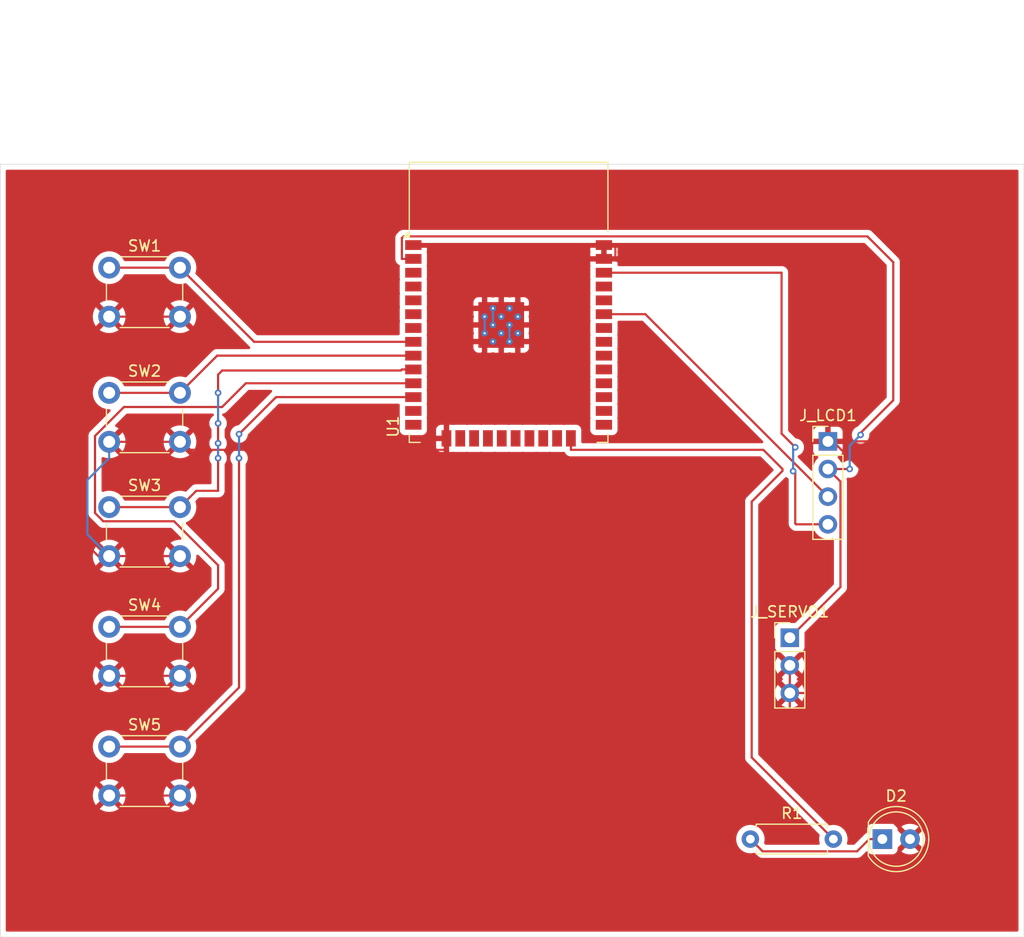
<source format=kicad_pcb>
(kicad_pcb (version 20241229) (generator "pcbnew") (generator_version "9.0")
  (layers (0 "F.Cu" signal) (2 "B.Cu" signal) (13 "F.Paste" user) (15 "B.Paste" user) (5 "F.SilkS" user "F.Silkscreen") (7 "B.SilkS" user "B.Silkscreen") (1 "F.Mask" user) (3 "B.Mask" user) (25 "Edge.Cuts" user))
  (net 0 "")
  (net 1 "Net-(D2-K)")
  (net 2 "Net-(J_LCD1-Pin_4)")
  (net 3 "Net-(J_LCD1-Pin_3)")
  (net 4 "Net-(U1-IO2)")
  (net 5 "Net-(U1-IO32)")
  (net 6 "Net-(U1-IO33)")
  (net 7 "Net-(U1-IO25)")
  (net 8 "Net-(U1-IO26)")
  (net 9 "Net-(U1-IO27)")
  (net 35 "GND")
  (net 36 "+5V")
  (footprint "RF_Module:ESP32-WROOM-32" (layer "F.Cu") (at 182.68 45.6725)
    (property "Reference" "U1" (at -10.61 8.43 90) (layer "F.SilkS"))
    (property "Value" "ESP32-WROOM-32")
    (fp_line (start -9.12 -15.86) (end -9.12 -9.7) (stroke (width 0.12)) (layer "F.SilkS"))
    (fp_line (start -9.12 -15.86) (end 9.12 -15.86) (stroke (width 0.12)) (layer "F.SilkS"))
    (fp_line (start -9.12 9.1) (end -9.12 9.88) (stroke (width 0.12)) (layer "F.SilkS"))
    (fp_line (start -9.12 9.88) (end -8.12 9.88) (stroke (width 0.12)) (layer "F.SilkS"))
    (fp_line (start 9.12 -15.86) (end 9.12 -9.445) (stroke (width 0.12)) (layer "F.SilkS"))
    (fp_line (start 9.12 9.1) (end 9.12 9.88) (stroke (width 0.12)) (layer "F.SilkS"))
    (fp_line (start 9.12 9.88) (end 8.12 9.88) (stroke (width 0.12)) (layer "F.SilkS"))
    (fp_poly (pts (xy -9.125 -8.975) (xy -9.625 -8.975) (xy -9.125 -9.475) (xy -9.125 -8.975)) (stroke (width 0.12)) (fill yes) (layer "F.SilkS"))
    (pad "1" smd rect (at -8.75 -8.25) (size 1.5 0.9) (layers "F.Cu" "F.Mask" "F.Paste") (net 35 "GND"))
    (pad "2" smd rect (at -8.75 -6.98) (size 1.5 0.9) (layers "F.Cu" "F.Mask" "F.Paste") (net 36 "+5V"))
    (pad "3" smd rect (at -8.75 -5.71) (size 1.5 0.9) (layers "F.Cu" "F.Mask" "F.Paste"))
    (pad "4" smd rect (at -8.75 -4.44) (size 1.5 0.9) (layers "F.Cu" "F.Mask" "F.Paste"))
    (pad "5" smd rect (at -8.75 -3.17) (size 1.5 0.9) (layers "F.Cu" "F.Mask" "F.Paste"))
    (pad "6" smd rect (at -8.75 -1.9) (size 1.5 0.9) (layers "F.Cu" "F.Mask" "F.Paste"))
    (pad "7" smd rect (at -8.75 -0.63) (size 1.5 0.9) (layers "F.Cu" "F.Mask" "F.Paste"))
    (pad "8" smd rect (at -8.75 0.64) (size 1.5 0.9) (layers "F.Cu" "F.Mask" "F.Paste") (net 5 "Net-(U1-IO32)"))
    (pad "9" smd rect (at -8.75 1.91) (size 1.5 0.9) (layers "F.Cu" "F.Mask" "F.Paste") (net 6 "Net-(U1-IO33)"))
    (pad "10" smd rect (at -8.75 3.18) (size 1.5 0.9) (layers "F.Cu" "F.Mask" "F.Paste") (net 7 "Net-(U1-IO25)"))
    (pad "11" smd rect (at -8.75 4.45) (size 1.5 0.9) (layers "F.Cu" "F.Mask" "F.Paste") (net 8 "Net-(U1-IO26)"))
    (pad "12" smd rect (at -8.75 5.72) (size 1.5 0.9) (layers "F.Cu" "F.Mask" "F.Paste") (net 9 "Net-(U1-IO27)"))
    (pad "13" smd rect (at -8.75 6.99) (size 1.5 0.9) (layers "F.Cu" "F.Mask" "F.Paste"))
    (pad "14" smd rect (at -8.75 8.26) (size 1.5 0.9) (layers "F.Cu" "F.Mask" "F.Paste"))
    (pad "15" smd rect (at -5.71 9.51 90) (size 1.5 0.9) (layers "F.Cu" "F.Mask" "F.Paste") (net 35 "GND"))
    (pad "16" smd rect (at -4.44 9.51 90) (size 1.5 0.9) (layers "F.Cu" "F.Mask" "F.Paste"))
    (pad "17" smd rect (at -3.17 9.51 90) (size 1.5 0.9) (layers "F.Cu" "F.Mask" "F.Paste"))
    (pad "18" smd rect (at -1.9 9.51 90) (size 1.5 0.9) (layers "F.Cu" "F.Mask" "F.Paste"))
    (pad "19" smd rect (at -0.63 9.51 90) (size 1.5 0.9) (layers "F.Cu" "F.Mask" "F.Paste"))
    (pad "20" smd rect (at 0.64 9.51 90) (size 1.5 0.9) (layers "F.Cu" "F.Mask" "F.Paste"))
    (pad "21" smd rect (at 1.91 9.51 90) (size 1.5 0.9) (layers "F.Cu" "F.Mask" "F.Paste"))
    (pad "22" smd rect (at 3.18 9.51 90) (size 1.5 0.9) (layers "F.Cu" "F.Mask" "F.Paste"))
    (pad "23" smd rect (at 4.45 9.51 90) (size 1.5 0.9) (layers "F.Cu" "F.Mask" "F.Paste"))
    (pad "24" smd rect (at 5.72 9.51 90) (size 1.5 0.9) (layers "F.Cu" "F.Mask" "F.Paste") (net 4 "Net-(U1-IO2)"))
    (pad "25" smd rect (at 8.75 8.26) (size 1.5 0.9) (layers "F.Cu" "F.Mask" "F.Paste"))
    (pad "26" smd rect (at 8.75 6.99) (size 1.5 0.9) (layers "F.Cu" "F.Mask" "F.Paste"))
    (pad "27" smd rect (at 8.75 5.72) (size 1.5 0.9) (layers "F.Cu" "F.Mask" "F.Paste"))
    (pad "28" smd rect (at 8.75 4.45) (size 1.5 0.9) (layers "F.Cu" "F.Mask" "F.Paste"))
    (pad "29" smd rect (at 8.75 3.18) (size 1.5 0.9) (layers "F.Cu" "F.Mask" "F.Paste"))
    (pad "30" smd rect (at 8.75 1.91) (size 1.5 0.9) (layers "F.Cu" "F.Mask" "F.Paste"))
    (pad "31" smd rect (at 8.75 0.64) (size 1.5 0.9) (layers "F.Cu" "F.Mask" "F.Paste"))
    (pad "32" smd rect (at 8.75 -0.63) (size 1.5 0.9) (layers "F.Cu" "F.Mask" "F.Paste"))
    (pad "33" smd rect (at 8.75 -1.9) (size 1.5 0.9) (layers "F.Cu" "F.Mask" "F.Paste") (net 3 "Net-(J_LCD1-Pin_3)"))
    (pad "34" smd rect (at 8.75 -3.17) (size 1.5 0.9) (layers "F.Cu" "F.Mask" "F.Paste"))
    (pad "35" smd rect (at 8.75 -4.44) (size 1.5 0.9) (layers "F.Cu" "F.Mask" "F.Paste"))
    (pad "36" smd rect (at 8.75 -5.71) (size 1.5 0.9) (layers "F.Cu" "F.Mask" "F.Paste") (net 2 "Net-(J_LCD1-Pin_4)"))
    (pad "37" smd rect (at 8.75 -6.98) (size 1.5 0.9) (layers "F.Cu" "F.Mask" "F.Paste") (net 35 "GND"))
    (pad "38" smd rect (at 8.75 -8.25) (size 1.5 0.9) (layers "F.Cu" "F.Mask" "F.Paste") (net 35 "GND"))
    (pad "39" smd rect (at -2.205 -2.435) (size 1.05 1.05) (layers "F.Cu" "F.Paste") (net 35 "GND"))
    (pad "39" thru_hole circle (at -2.205 -1.6725) (size 0.6 0.6) (drill 0.2) (property pad_prop_heatsink) (layers "*.Cu" "F.Mask") (net 35 "GND"))
    (pad "39" smd rect (at -2.205 -0.91) (size 1.05 1.05) (layers "F.Cu" "F.Paste") (net 35 "GND"))
    (pad "39" thru_hole circle (at -2.205 -0.1475) (size 0.6 0.6) (drill 0.2) (property pad_prop_heatsink) (layers "*.Cu" "F.Mask") (net 35 "GND"))
    (pad "39" smd rect (at -2.205 0.615) (size 1.05 1.05) (layers "F.Cu" "F.Paste") (net 35 "GND"))
    (pad "39" thru_hole circle (at -1.4425 -2.435) (size 0.6 0.6) (drill 0.2) (property pad_prop_heatsink) (layers "*.Cu" "F.Mask") (net 35 "GND"))
    (pad "39" thru_hole circle (at -1.4425 -0.91) (size 0.6 0.6) (drill 0.2) (property pad_prop_heatsink) (layers "*.Cu" "F.Mask") (net 35 "GND"))
    (pad "39" thru_hole circle (at -1.4425 0.615) (size 0.6 0.6) (drill 0.2) (property pad_prop_heatsink) (layers "*.Cu" "F.Mask") (net 35 "GND"))
    (pad "39" smd rect (at -0.68 -2.435) (size 1.05 1.05) (layers "F.Cu" "F.Paste") (net 35 "GND"))
    (pad "39" thru_hole circle (at -0.68 -1.6725) (size 0.6 0.6) (drill 0.2) (property pad_prop_heatsink) (layers "*.Cu" "F.Mask") (net 35 "GND"))
    (pad "39" smd rect (at -0.68 -0.91) (size 1.05 1.05) (layers "F.Cu" "F.Paste") (net 35 "GND"))
    (pad "39" smd rect (at -0.68 -0.91) (size 4.2 4.2) (property pad_prop_heatsink) (layers "F.Cu" "F.Mask") (net 35 "GND") (thermal_bridge_width 30))
    (pad "39" thru_hole circle (at -0.68 -0.1475) (size 0.6 0.6) (drill 0.2) (property pad_prop_heatsink) (layers "*.Cu" "F.Mask") (net 35 "GND"))
    (pad "39" smd rect (at -0.68 0.615) (size 1.05 1.05) (layers "F.Cu" "F.Paste") (net 35 "GND"))
    (pad "39" thru_hole circle (at 0.0825 -2.435) (size 0.6 0.6) (drill 0.2) (property pad_prop_heatsink) (layers "*.Cu" "F.Mask") (net 35 "GND"))
    (pad "39" thru_hole circle (at 0.0825 -0.91) (size 0.6 0.6) (drill 0.2) (property pad_prop_heatsink) (layers "*.Cu" "F.Mask") (net 35 "GND"))
    (pad "39" thru_hole circle (at 0.0825 0.615) (size 0.6 0.6) (drill 0.2) (property pad_prop_heatsink) (layers "*.Cu" "F.Mask") (net 35 "GND"))
    (pad "39" smd rect (at 0.845 -2.435) (size 1.05 1.05) (layers "F.Cu" "F.Paste") (net 35 "GND"))
    (pad "39" thru_hole circle (at 0.845 -1.6725) (size 0.6 0.6) (drill 0.2) (property pad_prop_heatsink) (layers "*.Cu" "F.Mask") (net 35 "GND"))
    (pad "39" smd rect (at 0.845 -0.91) (size 1.05 1.05) (layers "F.Cu" "F.Paste") (net 35 "GND"))
    (pad "39" thru_hole circle (at 0.845 -0.1475) (size 0.6 0.6) (drill 0.2) (property pad_prop_heatsink) (layers "*.Cu" "F.Mask") (net 35 "GND"))
    (pad "39" smd rect (at 0.845 0.615) (size 1.05 1.05) (layers "F.Cu" "F.Paste") (net 35 "GND"))
  )
  (footprint "Connector_PinHeader_2.54mm:PinHeader_1x04_P2.54mm_Vertical" (layer "F.Cu") (at 212 55.46)
    (property "Reference" "J_LCD1" (at 0 -2.38 0) (layer "F.SilkS"))
    (property "Value" "~")
    (fp_line (start -1.38 -1.38) (end 0 -1.38) (stroke (width 0.12)) (layer "F.SilkS"))
    (fp_line (start -1.38 0) (end -1.38 -1.38) (stroke (width 0.12)) (layer "F.SilkS"))
    (fp_line (start -1.38 1.27) (end -1.38 9) (stroke (width 0.12)) (layer "F.SilkS"))
    (fp_line (start -1.38 1.27) (end 1.38 1.27) (stroke (width 0.12)) (layer "F.SilkS"))
    (fp_line (start -1.38 9) (end 1.38 9) (stroke (width 0.12)) (layer "F.SilkS"))
    (fp_line (start 1.38 1.27) (end 1.38 9) (stroke (width 0.12)) (layer "F.SilkS"))
    (pad "1" thru_hole rect (at 0 0) (size 1.7 1.7) (drill 1) (layers "*.Cu" "*.Mask") (net 35 "GND"))
    (pad "2" thru_hole circle (at 0 2.54) (size 1.7 1.7) (drill 1) (layers "*.Cu" "*.Mask") (net 36 "+5V"))
    (pad "3" thru_hole circle (at 0 5.08) (size 1.7 1.7) (drill 1) (layers "*.Cu" "*.Mask") (net 3 "Net-(J_LCD1-Pin_3)"))
    (pad "4" thru_hole circle (at 0 7.62) (size 1.7 1.7) (drill 1) (layers "*.Cu" "*.Mask") (net 2 "Net-(J_LCD1-Pin_4)"))
  )
  (footprint "Button_Switch_THT:SW_PUSH_6mm_H5mm" (layer "F.Cu") (at 146 51)
    (property "Reference" "SW2" (at 3.25 -2 0) (layer "F.SilkS"))
    (property "Value" "SW_Push")
    (fp_line (start -0.25 1.5) (end -0.25 3) (stroke (width 0.12)) (layer "F.SilkS"))
    (fp_line (start 1 5.5) (end 5.5 5.5) (stroke (width 0.12)) (layer "F.SilkS"))
    (fp_line (start 5.5 -1) (end 1 -1) (stroke (width 0.12)) (layer "F.SilkS"))
    (fp_line (start 6.75 3) (end 6.75 1.5) (stroke (width 0.12)) (layer "F.SilkS"))
    (pad "1" thru_hole circle (at 0 0 90) (size 2 2) (drill 1.1) (layers "*.Cu" "*.Mask") (net 6 "Net-(U1-IO33)"))
    (pad "1" thru_hole circle (at 6.5 0 90) (size 2 2) (drill 1.1) (layers "*.Cu" "*.Mask") (net 6 "Net-(U1-IO33)"))
    (pad "2" thru_hole circle (at 0 4.5 90) (size 2 2) (drill 1.1) (layers "*.Cu" "*.Mask") (net 35 "GND"))
    (pad "2" thru_hole circle (at 6.5 4.5 90) (size 2 2) (drill 1.1) (layers "*.Cu" "*.Mask") (net 35 "GND"))
  )
  (footprint "Button_Switch_THT:SW_PUSH_6mm_H5mm" (layer "F.Cu") (at 146 72.5)
    (property "Reference" "SW4" (at 3.25 -2 0) (layer "F.SilkS"))
    (property "Value" "SW_Push")
    (fp_line (start -0.25 1.5) (end -0.25 3) (stroke (width 0.12)) (layer "F.SilkS"))
    (fp_line (start 1 5.5) (end 5.5 5.5) (stroke (width 0.12)) (layer "F.SilkS"))
    (fp_line (start 5.5 -1) (end 1 -1) (stroke (width 0.12)) (layer "F.SilkS"))
    (fp_line (start 6.75 3) (end 6.75 1.5) (stroke (width 0.12)) (layer "F.SilkS"))
    (pad "1" thru_hole circle (at 0 0 90) (size 2 2) (drill 1.1) (layers "*.Cu" "*.Mask") (net 8 "Net-(U1-IO26)"))
    (pad "1" thru_hole circle (at 6.5 0 90) (size 2 2) (drill 1.1) (layers "*.Cu" "*.Mask") (net 8 "Net-(U1-IO26)"))
    (pad "2" thru_hole circle (at 0 4.5 90) (size 2 2) (drill 1.1) (layers "*.Cu" "*.Mask") (net 35 "GND"))
    (pad "2" thru_hole circle (at 6.5 4.5 90) (size 2 2) (drill 1.1) (layers "*.Cu" "*.Mask") (net 35 "GND"))
  )
  (footprint "Button_Switch_THT:SW_PUSH_6mm_H5mm" (layer "F.Cu") (at 146 39.5)
    (property "Reference" "SW1" (at 3.25 -2 0) (layer "F.SilkS"))
    (property "Value" "SW_Push")
    (fp_line (start -0.25 1.5) (end -0.25 3) (stroke (width 0.12)) (layer "F.SilkS"))
    (fp_line (start 1 5.5) (end 5.5 5.5) (stroke (width 0.12)) (layer "F.SilkS"))
    (fp_line (start 5.5 -1) (end 1 -1) (stroke (width 0.12)) (layer "F.SilkS"))
    (fp_line (start 6.75 3) (end 6.75 1.5) (stroke (width 0.12)) (layer "F.SilkS"))
    (pad "1" thru_hole circle (at 0 0 90) (size 2 2) (drill 1.1) (layers "*.Cu" "*.Mask") (net 5 "Net-(U1-IO32)"))
    (pad "1" thru_hole circle (at 6.5 0 90) (size 2 2) (drill 1.1) (layers "*.Cu" "*.Mask") (net 5 "Net-(U1-IO32)"))
    (pad "2" thru_hole circle (at 0 4.5 90) (size 2 2) (drill 1.1) (layers "*.Cu" "*.Mask") (net 35 "GND"))
    (pad "2" thru_hole circle (at 6.5 4.5 90) (size 2 2) (drill 1.1) (layers "*.Cu" "*.Mask") (net 35 "GND"))
  )
  (footprint "Button_Switch_THT:SW_PUSH_6mm_H5mm" (layer "F.Cu") (at 146 61.5)
    (property "Reference" "SW3" (at 3.25 -2 0) (layer "F.SilkS"))
    (property "Value" "SW_Push")
    (fp_line (start -0.25 1.5) (end -0.25 3) (stroke (width 0.12)) (layer "F.SilkS"))
    (fp_line (start 1 5.5) (end 5.5 5.5) (stroke (width 0.12)) (layer "F.SilkS"))
    (fp_line (start 5.5 -1) (end 1 -1) (stroke (width 0.12)) (layer "F.SilkS"))
    (fp_line (start 6.75 3) (end 6.75 1.5) (stroke (width 0.12)) (layer "F.SilkS"))
    (pad "1" thru_hole circle (at 0 0 90) (size 2 2) (drill 1.1) (layers "*.Cu" "*.Mask") (net 7 "Net-(U1-IO25)"))
    (pad "1" thru_hole circle (at 6.5 0 90) (size 2 2) (drill 1.1) (layers "*.Cu" "*.Mask") (net 7 "Net-(U1-IO25)"))
    (pad "2" thru_hole circle (at 0 4.5 90) (size 2 2) (drill 1.1) (layers "*.Cu" "*.Mask") (net 35 "GND"))
    (pad "2" thru_hole circle (at 6.5 4.5 90) (size 2 2) (drill 1.1) (layers "*.Cu" "*.Mask") (net 35 "GND"))
  )
  (footprint "Button_Switch_THT:SW_PUSH_6mm_H5mm" (layer "F.Cu") (at 146 83.5)
    (property "Reference" "SW5" (at 3.25 -2 0) (layer "F.SilkS"))
    (property "Value" "SW_Push")
    (fp_line (start -0.25 1.5) (end -0.25 3) (stroke (width 0.12)) (layer "F.SilkS"))
    (fp_line (start 1 5.5) (end 5.5 5.5) (stroke (width 0.12)) (layer "F.SilkS"))
    (fp_line (start 5.5 -1) (end 1 -1) (stroke (width 0.12)) (layer "F.SilkS"))
    (fp_line (start 6.75 3) (end 6.75 1.5) (stroke (width 0.12)) (layer "F.SilkS"))
    (pad "1" thru_hole circle (at 0 0 90) (size 2 2) (drill 1.1) (layers "*.Cu" "*.Mask") (net 9 "Net-(U1-IO27)"))
    (pad "1" thru_hole circle (at 6.5 0 90) (size 2 2) (drill 1.1) (layers "*.Cu" "*.Mask") (net 9 "Net-(U1-IO27)"))
    (pad "2" thru_hole circle (at 0 4.5 90) (size 2 2) (drill 1.1) (layers "*.Cu" "*.Mask") (net 35 "GND"))
    (pad "2" thru_hole circle (at 6.5 4.5 90) (size 2 2) (drill 1.1) (layers "*.Cu" "*.Mask") (net 35 "GND"))
  )
  (footprint "Connector_PinHeader_2.54mm:PinHeader_1x03_P2.54mm_Vertical" (layer "F.Cu") (at 208.5 73.5)
    (property "Reference" "J_SERVO1" (at 0 -2.38 0) (layer "F.SilkS"))
    (property "Value" "~")
    (fp_line (start -1.38 -1.38) (end 0 -1.38) (stroke (width 0.12)) (layer "F.SilkS"))
    (fp_line (start -1.38 0) (end -1.38 -1.38) (stroke (width 0.12)) (layer "F.SilkS"))
    (fp_line (start -1.38 1.27) (end -1.38 6.46) (stroke (width 0.12)) (layer "F.SilkS"))
    (fp_line (start -1.38 1.27) (end 1.38 1.27) (stroke (width 0.12)) (layer "F.SilkS"))
    (fp_line (start -1.38 6.46) (end 1.38 6.46) (stroke (width 0.12)) (layer "F.SilkS"))
    (fp_line (start 1.38 1.27) (end 1.38 6.46) (stroke (width 0.12)) (layer "F.SilkS"))
    (pad "1" thru_hole rect (at 0 0) (size 1.7 1.7) (drill 1) (layers "*.Cu" "*.Mask") (net 36 "+5V"))
    (pad "2" thru_hole circle (at 0 2.54) (size 1.7 1.7) (drill 1) (layers "*.Cu" "*.Mask") (net 35 "GND"))
    (pad "3" thru_hole circle (at 0 5.08) (size 1.7 1.7) (drill 1) (layers "*.Cu" "*.Mask") (net 35 "GND"))
  )
  (footprint "LED_THT:LED_D5.0mm" (layer "F.Cu") (at 217 92)
    (property "Reference" "D2" (at 1.27 -3.96 0) (layer "F.SilkS"))
    (property "Value" "LED")
    (fp_line (start -1.29 -1.545) (end -1.29 1.545) (stroke (width 0.12)) (layer "F.SilkS"))
    (fp_arc (start -1.29 -1.54483) (mid 2.071779 -2.880495) (end 4.26 0) (stroke (width 0.12)) (layer "F.SilkS"))
    (fp_arc (start 4.26 0) (mid 2.071779 2.880495) (end -1.29 1.54483) (stroke (width 0.12)) (layer "F.SilkS"))
    (fp_circle (center 1.27 0) (end 3.77 0) (stroke (width 0.12)) (fill no) (layer "F.SilkS"))
    (pad "1" thru_hole rect (at 0 0) (size 1.8 1.8) (drill 0.9) (layers "*.Cu" "*.Mask") (net 1 "Net-(D2-K)"))
    (pad "2" thru_hole circle (at 2.54 0) (size 1.8 1.8) (drill 0.9) (layers "*.Cu" "*.Mask") (net 35 "GND"))
  )
  (footprint "Resistor_THT:R_Axial_DIN0207_L6.3mm_D2.5mm_P7.62mm_Horizontal" (layer "F.Cu") (at 204.88 92)
    (property "Reference" "R1" (at 3.81 -2.37 0) (layer "F.SilkS"))
    (property "Value" "330")
    (fp_line (start 0.54 -1.37) (end 7.08 -1.37) (stroke (width 0.12)) (layer "F.SilkS"))
    (fp_line (start 0.54 -1.04) (end 0.54 -1.37) (stroke (width 0.12)) (layer "F.SilkS"))
    (fp_line (start 0.54 1.04) (end 0.54 1.37) (stroke (width 0.12)) (layer "F.SilkS"))
    (fp_line (start 0.54 1.37) (end 7.08 1.37) (stroke (width 0.12)) (layer "F.SilkS"))
    (fp_line (start 7.08 -1.37) (end 7.08 -1.04) (stroke (width 0.12)) (layer "F.SilkS"))
    (fp_line (start 7.08 1.37) (end 7.08 1.04) (stroke (width 0.12)) (layer "F.SilkS"))
    (pad "1" thru_hole circle (at 0 0) (size 1.6 1.6) (drill 0.8) (layers "*.Cu" "*.Mask") (net 1 "Net-(D2-K)"))
    (pad "2" thru_hole circle (at 7.62 0) (size 1.6 1.6) (drill 0.8) (layers "*.Cu" "*.Mask") (net 4 "Net-(U1-IO2)"))
  )
  (gr_rect (start 136 30) (end 230 101) (stroke (width 0.05)) (fill no) (layer "Edge.Cuts"))
  (segment (start 217 92) (end 215.798 92) (width 0.2) (layer "F.Cu") (net 1))
  (segment (start 215.798 92) (end 214.674 93.1243) (width 0.2) (layer "F.Cu") (net 1))
  (segment (start 214.674 93.1243) (end 206.004 93.1243) (width 0.2) (layer "F.Cu") (net 1))
  (segment (start 206.004 93.1243) (end 204.88 92) (width 0.2) (layer "F.Cu") (net 1))
  (segment (start 209 56) (end 207.745 54.7446) (width 0.2) (layer "F.Cu") (net 2))
  (segment (start 212 63.08) (end 209.08 63.08) (width 0.2) (layer "F.Cu") (net 2))
  (segment (start 209 63) (end 209 58.3885) (width 0.2) (layer "F.Cu") (net 2))
  (segment (start 209 58.3885) (end 208.806 58.1943) (width 0.2) (layer "F.Cu") (net 2))
  (segment (start 207.745 54.7446) (end 207.745 39.9625) (width 0.2) (layer "F.Cu") (net 2))
  (segment (start 209.08 63.08) (end 209 63) (width 0.2) (layer "F.Cu") (net 2))
  (segment (start 207.745 39.9625) (end 191.43 39.9625) (width 0.2) (layer "F.Cu") (net 2))
  (via (at 208.806 58.1943) (size 0.6) (drill 0.3) (layers "F.Cu" "B.Cu") (net 2))
  (via (at 209 56) (size 0.6) (drill 0.3) (layers "F.Cu" "B.Cu") (net 2))
  (segment (start 208.806 56.1943) (end 209 56) (width 0.2) (layer "B.Cu") (net 2))
  (segment (start 208.806 58.1943) (end 208.806 56.1943) (width 0.2) (layer "B.Cu") (net 2))
  (segment (start 195.232 43.7725) (end 191.43 43.7725) (width 0.2) (layer "F.Cu") (net 3))
  (segment (start 212 60.54) (end 195.232 43.7725) (width 0.2) (layer "F.Cu") (net 3))
  (segment (start 207.83 57.9974) (end 206.067 56.2342) (width 0.2) (layer "F.Cu") (net 4))
  (segment (start 205 61) (end 207.83 58.17) (width 0.2) (layer "F.Cu") (net 4))
  (segment (start 188.4 55.1825) (end 188.4 56.2342) (width 0.2) (layer "F.Cu") (net 4))
  (segment (start 207.83 58.17) (end 207.83 57.9974) (width 0.2) (layer "F.Cu") (net 4))
  (segment (start 206.067 56.2342) (end 188.4 56.2342) (width 0.2) (layer "F.Cu") (net 4))
  (segment (start 205 84.5) (end 205 61) (width 0.2) (layer "F.Cu") (net 4))
  (segment (start 212.5 92) (end 205 84.5) (width 0.2) (layer "F.Cu") (net 4))
  (segment (start 159.312 46.3125) (end 173.93 46.3125) (width 0.2) (layer "F.Cu") (net 5))
  (segment (start 152.5 39.5) (end 159.312 46.3125) (width 0.2) (layer "F.Cu") (net 5))
  (segment (start 152.5 39.5) (end 146 39.5) (width 0.2) (layer "F.Cu") (net 5))
  (segment (start 155.918 47.5825) (end 152.5 51) (width 0.2) (layer "F.Cu") (net 6))
  (segment (start 173.93 47.5825) (end 155.918 47.5825) (width 0.2) (layer "F.Cu") (net 6))
  (segment (start 146 51) (end 152.5 51) (width 0.2) (layer "F.Cu") (net 6))
  (segment (start 156 49.3296) (end 156.382 48.9473) (width 0.2) (layer "F.Cu") (net 7))
  (segment (start 156 57) (end 156 56.8342) (width 0.2) (layer "F.Cu") (net 7))
  (segment (start 156 55.6342) (end 156 53.8) (width 0.2) (layer "F.Cu") (net 7))
  (segment (start 173.93 48.8525) (end 172.878 48.8525) (width 0.2) (layer "F.Cu") (net 7))
  (segment (start 156 60) (end 156 57) (width 0.2) (layer "F.Cu") (net 7))
  (segment (start 156.382 48.9473) (end 172.784 48.9473) (width 0.2) (layer "F.Cu") (net 7))
  (segment (start 154 60) (end 156 60) (width 0.2) (layer "F.Cu") (net 7))
  (segment (start 156 49.3296) (end 156 50.6865) (width 0.2) (layer "F.Cu") (net 7))
  (segment (start 146 61.5) (end 152.5 61.5) (width 0.2) (layer "F.Cu") (net 7))
  (segment (start 156 51) (end 156 50.6865) (width 0.2) (layer "F.Cu") (net 7))
  (segment (start 152.5 61.5) (end 154 60) (width 0.2) (layer "F.Cu") (net 7))
  (segment (start 172.784 48.9473) (end 172.878 48.8525) (width 0.2) (layer "F.Cu") (net 7))
  (via (at 156 55.6342) (size 0.6) (drill 0.3) (layers "F.Cu" "B.Cu") (net 7))
  (via (at 156 53.8) (size 0.6) (drill 0.3) (layers "F.Cu" "B.Cu") (net 7))
  (via (at 156 51) (size 0.6) (drill 0.3) (layers "F.Cu" "B.Cu") (net 7))
  (via (at 156 57) (size 0.6) (drill 0.3) (layers "F.Cu" "B.Cu") (net 7))
  (segment (start 156 57) (end 156 55.6342) (width 0.2) (layer "B.Cu") (net 7))
  (segment (start 156 51) (end 156 53.8) (width 0.2) (layer "B.Cu") (net 7))
  (segment (start 146 72.5) (end 152.5 72.5) (width 0.2) (layer "F.Cu") (net 8))
  (segment (start 156.369 52.301) (end 158.547 50.1225) (width 0.2) (layer "F.Cu") (net 8))
  (segment (start 156 69) (end 156 66.8399) (width 0.2) (layer "F.Cu") (net 8))
  (segment (start 152.5 72.5) (end 156 69) (width 0.2) (layer "F.Cu") (net 8))
  (segment (start 145.461 62.801) (end 144.699 62.0389) (width 0.2) (layer "F.Cu") (net 8))
  (segment (start 158.547 50.1225) (end 173.93 50.1225) (width 0.2) (layer "F.Cu") (net 8))
  (segment (start 156 66.8399) (end 151.961 62.801) (width 0.2) (layer "F.Cu") (net 8))
  (segment (start 144.699 54.9611) (end 147.359 52.301) (width 0.2) (layer "F.Cu") (net 8))
  (segment (start 144.699 62.0389) (end 144.699 54.9611) (width 0.2) (layer "F.Cu") (net 8))
  (segment (start 147.359 52.301) (end 156.369 52.301) (width 0.2) (layer "F.Cu") (net 8))
  (segment (start 151.961 62.801) (end 145.461 62.801) (width 0.2) (layer "F.Cu") (net 8))
  (segment (start 173.93 51.3925) (end 161.323 51.3925) (width 0.2) (layer "F.Cu") (net 9))
  (segment (start 161.323 51.3925) (end 157.925 54.7905) (width 0.2) (layer "F.Cu") (net 9))
  (segment (start 146 83.5) (end 152.5 83.5) (width 0.2) (layer "F.Cu") (net 9))
  (segment (start 152.5 83.5) (end 157.925 78.075) (width 0.2) (layer "F.Cu") (net 9))
  (segment (start 157.925 78.075) (end 157.925 57) (width 0.2) (layer "F.Cu") (net 9))
  (via (at 157.925 57) (size 0.6) (drill 0.3) (layers "F.Cu" "B.Cu") (net 9))
  (via (at 157.925 54.7905) (size 0.6) (drill 0.3) (layers "F.Cu" "B.Cu") (net 9))
  (segment (start 157.925 57) (end 157.925 54.7905) (width 0.2) (layer "B.Cu") (net 9))
  (segment (start 180.475 43.2375) (end 181.238 43.2375) (width 0.2) (layer "F.Cu") (net 35))
  (segment (start 146 77) (end 152.5 77) (width 0.2) (layer "F.Cu") (net 35))
  (segment (start 208.5 76.04) (end 208.5 78.58) (width 0.2) (layer "F.Cu") (net 35))
  (segment (start 182.762 46.2875) (end 183.525 46.2875) (width 0.2) (layer "F.Cu") (net 35))
  (segment (start 173.93 37.4225) (end 191.43 37.4225) (width 0.2) (layer "F.Cu") (net 35))
  (segment (start 143 69) (end 146 66) (width 0.2) (layer "F.Cu") (net 35))
  (segment (start 208.5 78.58) (end 208.5 78.5) (width 0.2) (layer "F.Cu") (net 35))
  (segment (start 152.5 44) (end 146 44) (width 0.2) (layer "F.Cu") (net 35))
  (segment (start 152.5 55.5) (end 146 55.5) (width 0.2) (layer "F.Cu") (net 35))
  (segment (start 181.238 43.2375) (end 182 43.2375) (width 0.2) (layer "F.Cu") (net 35))
  (segment (start 217 73) (end 224 66) (width 0.2) (layer "F.Cu") (net 35))
  (segment (start 176.97 50.6192) (end 180.475 47.1142) (width 0.2) (layer "F.Cu") (net 35))
  (segment (start 182 45.525) (end 180.475 45.525) (width 0.2) (layer "F.Cu") (net 35))
  (segment (start 191.43 38.6925) (end 188.897 38.6925) (width 0.2) (layer "F.Cu") (net 35))
  (segment (start 145 66) (end 146 66) (width 0.2) (layer "F.Cu") (net 35))
  (segment (start 142 48) (end 142 63) (width 0.2) (layer "F.Cu") (net 35))
  (segment (start 188.897 38.6925) (end 184.352 43.2375) (width 0.2) (layer "F.Cu") (net 35))
  (segment (start 181.238 44.7625) (end 180.475 44.7625) (width 0.2) (layer "F.Cu") (net 35))
  (segment (start 212.46 55.46) (end 212 55.46) (width 0.2) (layer "F.Cu") (net 35))
  (segment (start 146 66) (end 152.5 66) (width 0.2) (layer "F.Cu") (net 35))
  (segment (start 212 39) (end 192.789 39) (width 0.2) (layer "F.Cu") (net 35))
  (segment (start 146 77) (end 143 74) (width 0.2) (layer "F.Cu") (net 35))
  (segment (start 146 44) (end 142 48) (width 0.2) (layer "F.Cu") (net 35))
  (segment (start 212 55.46) (end 212 39) (width 0.2) (layer "F.Cu") (net 35))
  (segment (start 208.5 78.58) (end 208.5 80.96) (width 0.2) (layer "F.Cu") (net 35))
  (segment (start 146 88) (end 152.5 88) (width 0.2) (layer "F.Cu") (net 35))
  (segment (start 180.475 44) (end 182 44) (width 0.2) (layer "F.Cu") (net 35))
  (segment (start 183.525 43.2375) (end 184.352 43.2375) (width 0.2) (layer "F.Cu") (net 35))
  (segment (start 146 88) (end 143 85) (width 0.2) (layer "F.Cu") (net 35))
  (segment (start 208.5 78.58) (end 214.42 78.58) (width 0.2) (layer "F.Cu") (net 35))
  (segment (start 191.956 38.6925) (end 191.43 38.6925) (width 0.2) (layer "F.Cu") (net 35))
  (segment (start 152.5 55.5) (end 153.234 56.2342) (width 0.2) (layer "F.Cu") (net 35))
  (segment (start 182.762 44.7625) (end 182 44.7625) (width 0.2) (layer "F.Cu") (net 35))
  (segment (start 208.5 80.96) (end 219.54 92) (width 0.2) (layer "F.Cu") (net 35))
  (segment (start 191.43 37.4225) (end 192.482 37.4225) (width 0.2) (layer "F.Cu") (net 35))
  (segment (start 182.762 43.2375) (end 183.525 43.2375) (width 0.2) (layer "F.Cu") (net 35))
  (segment (start 216 71) (end 216 59) (width 0.2) (layer "F.Cu") (net 35))
  (segment (start 183.525 45.525) (end 182 45.525) (width 0.2) (layer "F.Cu") (net 35))
  (segment (start 176.97 55.1825) (end 176.97 56.2342) (width 0.2) (layer "F.Cu") (net 35))
  (segment (start 191.956 38.6925) (end 192.482 38.6925) (width 0.2) (layer "F.Cu") (net 35))
  (segment (start 153.234 56.2342) (end 176.97 56.2342) (width 0.2) (layer "F.Cu") (net 35))
  (segment (start 182 44.7625) (end 181.238 44.7625) (width 0.2) (layer "F.Cu") (net 35))
  (segment (start 142 63) (end 145 66) (width 0.2) (layer "F.Cu") (net 35))
  (segment (start 181.238 46.2875) (end 182 46.2875) (width 0.2) (layer "F.Cu") (net 35))
  (segment (start 224 63) (end 216.46 55.46) (width 0.2) (layer "F.Cu") (net 35))
  (segment (start 217 76) (end 217 73) (width 0.2) (layer "F.Cu") (net 35))
  (segment (start 208.5 78.5) (end 216 71) (width 0.2) (layer "F.Cu") (net 35))
  (segment (start 224 66) (end 224 63) (width 0.2) (layer "F.Cu") (net 35))
  (segment (start 183.525 44) (end 182 44) (width 0.2) (layer "F.Cu") (net 35))
  (segment (start 183.525 44.7625) (end 182.762 44.7625) (width 0.2) (layer "F.Cu") (net 35))
  (segment (start 216.46 55.46) (end 212.46 55.46) (width 0.2) (layer "F.Cu") (net 35))
  (segment (start 143 80) (end 146 77) (width 0.2) (layer "F.Cu") (net 35))
  (segment (start 143 85) (end 143 80) (width 0.2) (layer "F.Cu") (net 35))
  (segment (start 192.482 38.6925) (end 192.482 37.4225) (width 0.2) (layer "F.Cu") (net 35))
  (segment (start 143 74) (end 143 69) (width 0.2) (layer "F.Cu") (net 35))
  (segment (start 214.42 78.58) (end 217 76) (width 0.2) (layer "F.Cu") (net 35))
  (segment (start 180.475 46.2875) (end 181.238 46.2875) (width 0.2) (layer "F.Cu") (net 35))
  (segment (start 176.97 55.1825) (end 176.97 50.6192) (width 0.2) (layer "F.Cu") (net 35))
  (segment (start 216 59) (end 212.46 55.46) (width 0.2) (layer "F.Cu") (net 35))
  (segment (start 182 46.2875) (end 182.762 46.2875) (width 0.2) (layer "F.Cu") (net 35))
  (segment (start 180.475 46.2875) (end 180.475 47.1142) (width 0.2) (layer "F.Cu") (net 35))
  (segment (start 192.789 39) (end 192.482 38.6925) (width 0.2) (layer "F.Cu") (net 35))
  (segment (start 182 43.2375) (end 182.762 43.2375) (width 0.2) (layer "F.Cu") (net 35))
  (segment (start 212.46 55.46) (end 212 55.46) (width 0.2) (layer "F.Cu") (net 35))
  (segment (start 146 57) (end 146 55.5) (width 0.2) (layer "B.Cu") (net 35))
  (segment (start 144 59) (end 146 57) (width 0.2) (layer "B.Cu") (net 35))
  (segment (start 181.238 44.7625) (end 181.238 43.2375) (width 0.2) (layer "B.Cu") (net 35))
  (segment (start 180.475 45.525) (end 180.475 44) (width 0.2) (layer "B.Cu") (net 35))
  (segment (start 182.762 46.2875) (end 182.762 44.7625) (width 0.2) (layer "B.Cu") (net 35))
  (segment (start 144 64) (end 144 59) (width 0.2) (layer "B.Cu") (net 35))
  (segment (start 181.2375 44.7625) (end 181.238 44.7625) (width 0.2) (layer "B.Cu") (net 35))
  (segment (start 182.7625 46.2875) (end 182.762 46.2875) (width 0.2) (layer "B.Cu") (net 35))
  (segment (start 146 66) (end 144 64) (width 0.2) (layer "B.Cu") (net 35))
  (segment (start 214 58) (end 212 58) (width 0.2) (layer "F.Cu") (net 36))
  (segment (start 218 39) (end 218 51.6857) (width 0.2) (layer "F.Cu") (net 36))
  (segment (start 218 51.6857) (end 215 54.6857) (width 0.2) (layer "F.Cu") (net 36))
  (segment (start 173.037 36.6268) (end 172.878 36.7851) (width 0.2) (layer "F.Cu") (net 36))
  (segment (start 218 39) (end 215.627 36.6268) (width 0.2) (layer "F.Cu") (net 36))
  (segment (start 212 58) (end 213.151 59.151) (width 0.2) (layer "F.Cu") (net 36))
  (segment (start 215.627 36.6268) (end 173.037 36.6268) (width 0.2) (layer "F.Cu") (net 36))
  (segment (start 213.151 59.151) (end 213.151 68.849) (width 0.2) (layer "F.Cu") (net 36))
  (segment (start 215 54.6857) (end 215 54.86) (width 0.2) (layer "F.Cu") (net 36))
  (segment (start 173.93 38.6925) (end 172.878 38.6925) (width 0.2) (layer "F.Cu") (net 36))
  (segment (start 172.878 36.7851) (end 172.878 38.6925) (width 0.2) (layer "F.Cu") (net 36))
  (segment (start 213.151 68.849) (end 208.5 73.5) (width 0.2) (layer "F.Cu") (net 36))
  (via (at 214 58) (size 0.6) (drill 0.3) (layers "F.Cu" "B.Cu") (net 36))
  (via (at 215 54.86) (size 0.6) (drill 0.3) (layers "F.Cu" "B.Cu") (net 36))
  (segment (start 214 55.86) (end 214 58) (width 0.2) (layer "B.Cu") (net 36))
  (segment (start 215 54.86) (end 214 55.86) (width 0.2) (layer "B.Cu") (net 36))
  (segment (start 212 58) (end 212 57.6857) (width 0.2) (layer "B.Cu") (net 36))
  (zone (net 35) (net_name "GND") (layer "F.Cu") (connect_pads (clearance 0.5)) (min_thickness 0.25) (fill yes (thermal_gap 0.5) (thermal_bridge_width 0.5))
    (polygon (pts (xy 136 30) (xy 136 100.5) (xy 230 100.5) (xy 230 30)))
  )
)
</source>
